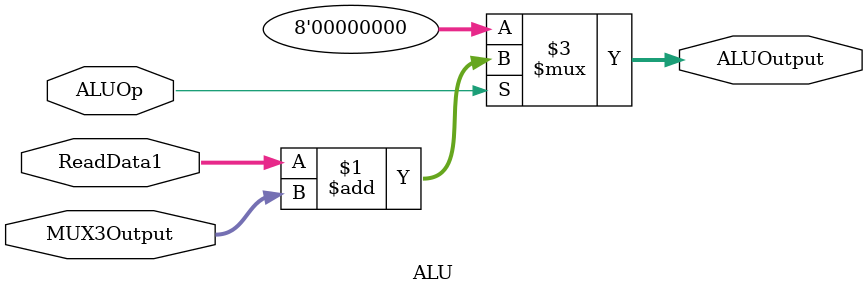
<source format=v>
`timescale 1ns / 1ps
module ALU(
	input ALUOp,
	input [7:0] ReadData1, MUX3Output,
	output [7:0] ALUOutput
   );
	
	assign ALUOutput = ALUOp ? (ReadData1 + MUX3Output) : 7'd0;

endmodule

</source>
